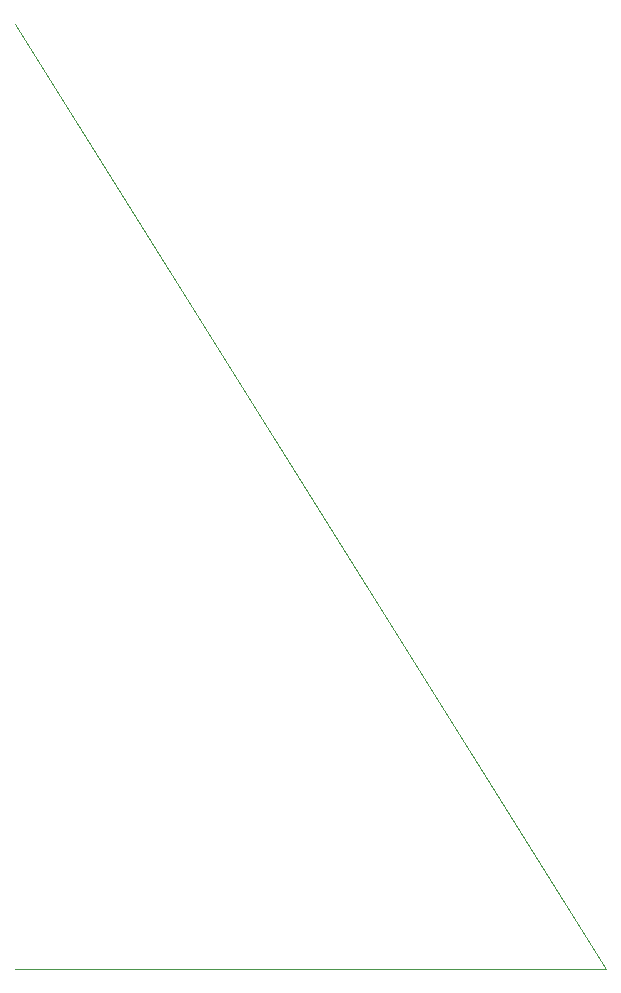
<source format=gm1>
%TF.GenerationSoftware,KiCad,Pcbnew,9.0.2*%
%TF.CreationDate,2025-05-30T10:00:00+02:00*%
%TF.ProjectId,PizzaBoard-RP2040,50697a7a-6142-46f6-9172-642d52503230,1.1*%
%TF.SameCoordinates,Original*%
%TF.FileFunction,Profile,NP*%
%FSLAX46Y46*%
G04 Gerber Fmt 4.6, Leading zero omitted, Abs format (unit mm)*%
G04 Created by corrected design*%
%MOMM*%
%LPD*%
G01*%
G04 APERTURE LIST*%
%ADD10C,0.100000*%
G04 APERTURE END LIST*%
G04 Board outline 50mm x 80mm - CORRECTED SIZE*%
D10*%
X0Y0D02*%
X50000000Y0D01*%
X50000000Y80000000D01*%
X0Y80000000D01*%
X0Y0D01*%
M02*%

</source>
